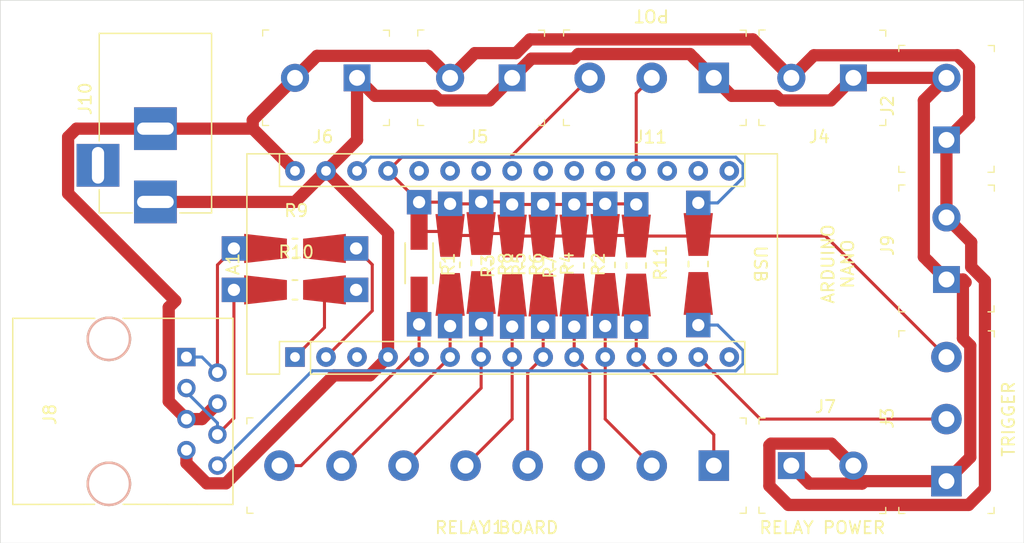
<source format=kicad_pcb>
(kicad_pcb (version 20171130) (host pcbnew "(5.1.12)-1")

  (general
    (thickness 1.6)
    (drawings 11)
    (tracks 189)
    (zones 0)
    (modules 23)
    (nets 33)
  )

  (page A4)
  (layers
    (0 F.Cu signal)
    (31 B.Cu signal)
    (32 B.Adhes user)
    (33 F.Adhes user)
    (34 B.Paste user)
    (35 F.Paste user)
    (36 B.SilkS user)
    (37 F.SilkS user)
    (38 B.Mask user)
    (39 F.Mask user)
    (40 Dwgs.User user)
    (41 Cmts.User user)
    (42 Eco1.User user)
    (43 Eco2.User user)
    (44 Edge.Cuts user)
    (45 Margin user)
    (46 B.CrtYd user)
    (47 F.CrtYd user)
    (48 B.Fab user)
    (49 F.Fab user)
  )

  (setup
    (last_trace_width 0.25)
    (user_trace_width 0.5)
    (user_trace_width 1)
    (trace_clearance 0.2)
    (zone_clearance 0.508)
    (zone_45_only no)
    (trace_min 0.2)
    (via_size 0.8)
    (via_drill 0.4)
    (via_min_size 0.4)
    (via_min_drill 0.3)
    (uvia_size 0.3)
    (uvia_drill 0.1)
    (uvias_allowed no)
    (uvia_min_size 0.2)
    (uvia_min_drill 0.1)
    (edge_width 0.05)
    (segment_width 0.2)
    (pcb_text_width 0.3)
    (pcb_text_size 1.5 1.5)
    (mod_edge_width 0.12)
    (mod_text_size 1 1)
    (mod_text_width 0.15)
    (pad_size 1.524 1.524)
    (pad_drill 0.762)
    (pad_to_mask_clearance 0)
    (aux_axis_origin 0 0)
    (visible_elements FFFFFF7F)
    (pcbplotparams
      (layerselection 0x010fc_ffffffff)
      (usegerberextensions false)
      (usegerberattributes true)
      (usegerberadvancedattributes true)
      (creategerberjobfile true)
      (excludeedgelayer true)
      (linewidth 0.100000)
      (plotframeref false)
      (viasonmask false)
      (mode 1)
      (useauxorigin false)
      (hpglpennumber 1)
      (hpglpenspeed 20)
      (hpglpendiameter 15.000000)
      (psnegative false)
      (psa4output false)
      (plotreference true)
      (plotvalue true)
      (plotinvisibletext false)
      (padsonsilk false)
      (subtractmaskfromsilk false)
      (outputformat 1)
      (mirror false)
      (drillshape 1)
      (scaleselection 1)
      (outputdirectory ""))
  )

  (net 0 "")
  (net 1 "Net-(A1-Pad16)")
  (net 2 "Net-(A1-Pad15)")
  (net 3 +12V)
  (net 4 "Net-(A1-Pad14)")
  (net 5 GND)
  (net 6 "Net-(A1-Pad13)")
  (net 7 "Net-(A1-Pad28)")
  (net 8 "Net-(A1-Pad12)")
  (net 9 +5V)
  (net 10 "Net-(A1-Pad11)")
  (net 11 "Net-(A1-Pad26)")
  (net 12 "Net-(A1-Pad10)")
  (net 13 "Net-(A1-Pad25)")
  (net 14 "Net-(A1-Pad9)")
  (net 15 "Net-(A1-Pad24)")
  (net 16 "Net-(A1-Pad8)")
  (net 17 "Net-(A1-Pad23)")
  (net 18 "Net-(A1-Pad7)")
  (net 19 "Net-(A1-Pad22)")
  (net 20 "Net-(A1-Pad6)")
  (net 21 "Net-(A1-Pad21)")
  (net 22 "Net-(A1-Pad5)")
  (net 23 "Net-(A1-Pad20)")
  (net 24 "Net-(A1-Pad19)")
  (net 25 "Net-(A1-Pad3)")
  (net 26 "Net-(A1-Pad18)")
  (net 27 "Net-(A1-Pad2)")
  (net 28 "Net-(A1-Pad17)")
  (net 29 "Net-(A1-Pad1)")
  (net 30 "Net-(J8-Pad3)")
  (net 31 "Net-(J8-Pad1)")
  (net 32 "Net-(J8-Pad8)")

  (net_class Default "This is the default net class."
    (clearance 0.2)
    (trace_width 0.25)
    (via_dia 0.8)
    (via_drill 0.4)
    (uvia_dia 0.3)
    (uvia_drill 0.1)
    (add_net +12V)
    (add_net +5V)
    (add_net GND)
    (add_net "Net-(A1-Pad1)")
    (add_net "Net-(A1-Pad10)")
    (add_net "Net-(A1-Pad11)")
    (add_net "Net-(A1-Pad12)")
    (add_net "Net-(A1-Pad13)")
    (add_net "Net-(A1-Pad14)")
    (add_net "Net-(A1-Pad15)")
    (add_net "Net-(A1-Pad16)")
    (add_net "Net-(A1-Pad17)")
    (add_net "Net-(A1-Pad18)")
    (add_net "Net-(A1-Pad19)")
    (add_net "Net-(A1-Pad2)")
    (add_net "Net-(A1-Pad20)")
    (add_net "Net-(A1-Pad21)")
    (add_net "Net-(A1-Pad22)")
    (add_net "Net-(A1-Pad23)")
    (add_net "Net-(A1-Pad24)")
    (add_net "Net-(A1-Pad25)")
    (add_net "Net-(A1-Pad26)")
    (add_net "Net-(A1-Pad28)")
    (add_net "Net-(A1-Pad3)")
    (add_net "Net-(A1-Pad5)")
    (add_net "Net-(A1-Pad6)")
    (add_net "Net-(A1-Pad7)")
    (add_net "Net-(A1-Pad8)")
    (add_net "Net-(A1-Pad9)")
    (add_net "Net-(J8-Pad1)")
    (add_net "Net-(J8-Pad3)")
    (add_net "Net-(J8-Pad8)")
  )

  (module Resistors_Universal:Resistor_SMD+THTuniversal_0805to1206_RM10_HandSoldering (layer F.Cu) (tedit 0) (tstamp 6192C133)
    (at 107.95 50.8 90)
    (descr "Resistor, SMD and THT, universal, 0805 to 1206,RM10,  Hand soldering,")
    (tags "Resistor, SMD and THT, universal, 0805 to 1206, RM10, Hand soldering,")
    (path /619EEB65)
    (fp_text reference R11 (at 0.09906 -3.0988 90) (layer F.SilkS)
      (effects (font (size 1 1) (thickness 0.15)))
    )
    (fp_text value R (at -0.39878 4.20116 90) (layer F.Fab)
      (effects (font (size 1 1) (thickness 0.15)))
    )
    (fp_line (start -0.20066 -0.8001) (end 0.20066 -0.8001) (layer F.SilkS) (width 0.15))
    (fp_line (start -0.09906 -0.8001) (end -0.20066 -0.8001) (layer F.SilkS) (width 0.15))
    (fp_line (start 0 0.8001) (end -0.20066 0.8001) (layer F.SilkS) (width 0.15))
    (fp_line (start 0 0.8001) (end 0.20066 0.8001) (layer F.SilkS) (width 0.15))
    (pad 1 smd trapezoid (at -2.413 0 90) (size 3.50012 1.99898) (rect_delta 0.39878 0 ) (layers F.Cu F.Paste F.Mask)
      (net 32 "Net-(J8-Pad8)"))
    (pad 2 smd trapezoid (at 2.413 0 270) (size 3.50012 1.99898) (rect_delta 0.39878 0 ) (layers F.Cu F.Paste F.Mask)
      (net 7 "Net-(A1-Pad28)"))
    (pad 1 thru_hole rect (at -5.00126 0 270) (size 1.99898 1.99898) (drill 1.00076) (layers *.Cu *.Mask)
      (net 32 "Net-(J8-Pad8)"))
    (pad 2 thru_hole rect (at 5.00126 0 270) (size 1.99898 1.99898) (drill 1.00076) (layers *.Cu *.Mask)
      (net 7 "Net-(A1-Pad28)"))
  )

  (module Resistors_Universal:Resistor_SMD+THTuniversal_0805to1206_RM10_HandSoldering (layer F.Cu) (tedit 0) (tstamp 6192AB14)
    (at 74.93 52.92)
    (descr "Resistor, SMD and THT, universal, 0805 to 1206,RM10,  Hand soldering,")
    (tags "Resistor, SMD and THT, universal, 0805 to 1206, RM10, Hand soldering,")
    (path /619A6553)
    (fp_text reference R10 (at 0.09906 -3.0988) (layer F.SilkS)
      (effects (font (size 1 1) (thickness 0.15)))
    )
    (fp_text value R (at -0.39878 4.20116) (layer F.Fab)
      (effects (font (size 1 1) (thickness 0.15)))
    )
    (fp_line (start -0.20066 -0.8001) (end 0.20066 -0.8001) (layer F.SilkS) (width 0.15))
    (fp_line (start -0.09906 -0.8001) (end -0.20066 -0.8001) (layer F.SilkS) (width 0.15))
    (fp_line (start 0 0.8001) (end -0.20066 0.8001) (layer F.SilkS) (width 0.15))
    (fp_line (start 0 0.8001) (end 0.20066 0.8001) (layer F.SilkS) (width 0.15))
    (pad 1 smd trapezoid (at -2.413 0) (size 3.50012 1.99898) (rect_delta 0.39878 0 ) (layers F.Cu F.Paste F.Mask)
      (net 30 "Net-(J8-Pad3)"))
    (pad 2 smd trapezoid (at 2.413 0 180) (size 3.50012 1.99898) (rect_delta 0.39878 0 ) (layers F.Cu F.Paste F.Mask)
      (net 29 "Net-(A1-Pad1)"))
    (pad 1 thru_hole rect (at -5.00126 0 180) (size 1.99898 1.99898) (drill 1.00076) (layers *.Cu *.Mask)
      (net 30 "Net-(J8-Pad3)"))
    (pad 2 thru_hole rect (at 5.00126 0 180) (size 1.99898 1.99898) (drill 1.00076) (layers *.Cu *.Mask)
      (net 29 "Net-(A1-Pad1)"))
  )

  (module Resistors_Universal:Resistor_SMD+THTuniversal_0805to1206_RM10_HandSoldering (layer F.Cu) (tedit 0) (tstamp 6192AB11)
    (at 74.93 49.53)
    (descr "Resistor, SMD and THT, universal, 0805 to 1206,RM10,  Hand soldering,")
    (tags "Resistor, SMD and THT, universal, 0805 to 1206, RM10, Hand soldering,")
    (path /619A597F)
    (fp_text reference R9 (at 0.09906 -3.0988) (layer F.SilkS)
      (effects (font (size 1 1) (thickness 0.15)))
    )
    (fp_text value R (at -0.39878 4.20116) (layer F.Fab)
      (effects (font (size 1 1) (thickness 0.15)))
    )
    (fp_line (start -0.20066 -0.8001) (end 0.20066 -0.8001) (layer F.SilkS) (width 0.15))
    (fp_line (start -0.09906 -0.8001) (end -0.20066 -0.8001) (layer F.SilkS) (width 0.15))
    (fp_line (start 0 0.8001) (end -0.20066 0.8001) (layer F.SilkS) (width 0.15))
    (fp_line (start 0 0.8001) (end 0.20066 0.8001) (layer F.SilkS) (width 0.15))
    (pad 1 smd trapezoid (at -2.413 0) (size 3.50012 1.99898) (rect_delta 0.39878 0 ) (layers F.Cu F.Paste F.Mask)
      (net 31 "Net-(J8-Pad1)"))
    (pad 2 smd trapezoid (at 2.413 0 180) (size 3.50012 1.99898) (rect_delta 0.39878 0 ) (layers F.Cu F.Paste F.Mask)
      (net 27 "Net-(A1-Pad2)"))
    (pad 1 thru_hole rect (at -5.00126 0 180) (size 1.99898 1.99898) (drill 1.00076) (layers *.Cu *.Mask)
      (net 31 "Net-(J8-Pad1)"))
    (pad 2 thru_hole rect (at 5.00126 0 180) (size 1.99898 1.99898) (drill 1.00076) (layers *.Cu *.Mask)
      (net 27 "Net-(A1-Pad2)"))
  )

  (module Modules:Arduino_Nano (layer F.Cu) (tedit 58ACAF70) (tstamp 619295F3)
    (at 74.93 58.42 90)
    (descr "Arduino Nano, http://www.mouser.com/pdfdocs/Gravitech_Arduino_Nano3_0.pdf")
    (tags "Arduino Nano")
    (path /61928D08)
    (fp_text reference A1 (at 7.62 -5.08 90) (layer F.SilkS)
      (effects (font (size 1 1) (thickness 0.15)))
    )
    (fp_text value Arduino_Nano_v3.x (at 8.89 19.05) (layer F.Fab)
      (effects (font (size 1 1) (thickness 0.15)))
    )
    (fp_text user %R (at 6.35 19.05) (layer F.Fab)
      (effects (font (size 1 1) (thickness 0.15)))
    )
    (fp_line (start 1.27 1.27) (end 1.27 -1.27) (layer F.SilkS) (width 0.12))
    (fp_line (start 1.27 -1.27) (end -1.4 -1.27) (layer F.SilkS) (width 0.12))
    (fp_line (start -1.4 1.27) (end -1.4 39.5) (layer F.SilkS) (width 0.12))
    (fp_line (start -1.4 -3.94) (end -1.4 -1.27) (layer F.SilkS) (width 0.12))
    (fp_line (start 13.97 -1.27) (end 16.64 -1.27) (layer F.SilkS) (width 0.12))
    (fp_line (start 13.97 -1.27) (end 13.97 36.83) (layer F.SilkS) (width 0.12))
    (fp_line (start 13.97 36.83) (end 16.64 36.83) (layer F.SilkS) (width 0.12))
    (fp_line (start 1.27 1.27) (end -1.4 1.27) (layer F.SilkS) (width 0.12))
    (fp_line (start 1.27 1.27) (end 1.27 36.83) (layer F.SilkS) (width 0.12))
    (fp_line (start 1.27 36.83) (end -1.4 36.83) (layer F.SilkS) (width 0.12))
    (fp_line (start 3.81 31.75) (end 11.43 31.75) (layer F.Fab) (width 0.1))
    (fp_line (start 11.43 31.75) (end 11.43 41.91) (layer F.Fab) (width 0.1))
    (fp_line (start 11.43 41.91) (end 3.81 41.91) (layer F.Fab) (width 0.1))
    (fp_line (start 3.81 41.91) (end 3.81 31.75) (layer F.Fab) (width 0.1))
    (fp_line (start -1.4 39.5) (end 16.64 39.5) (layer F.SilkS) (width 0.12))
    (fp_line (start 16.64 39.5) (end 16.64 -3.94) (layer F.SilkS) (width 0.12))
    (fp_line (start 16.64 -3.94) (end -1.4 -3.94) (layer F.SilkS) (width 0.12))
    (fp_line (start 16.51 39.37) (end -1.27 39.37) (layer F.Fab) (width 0.1))
    (fp_line (start -1.27 39.37) (end -1.27 -2.54) (layer F.Fab) (width 0.1))
    (fp_line (start -1.27 -2.54) (end 0 -3.81) (layer F.Fab) (width 0.1))
    (fp_line (start 0 -3.81) (end 16.51 -3.81) (layer F.Fab) (width 0.1))
    (fp_line (start 16.51 -3.81) (end 16.51 39.37) (layer F.Fab) (width 0.1))
    (fp_line (start -1.53 -4.06) (end 16.75 -4.06) (layer F.CrtYd) (width 0.05))
    (fp_line (start -1.53 -4.06) (end -1.53 42.16) (layer F.CrtYd) (width 0.05))
    (fp_line (start 16.75 42.16) (end 16.75 -4.06) (layer F.CrtYd) (width 0.05))
    (fp_line (start 16.75 42.16) (end -1.53 42.16) (layer F.CrtYd) (width 0.05))
    (pad 16 thru_hole oval (at 15.24 35.56 90) (size 1.6 1.6) (drill 0.8) (layers *.Cu *.Mask)
      (net 1 "Net-(A1-Pad16)"))
    (pad 15 thru_hole oval (at 0 35.56 90) (size 1.6 1.6) (drill 0.8) (layers *.Cu *.Mask)
      (net 2 "Net-(A1-Pad15)"))
    (pad 30 thru_hole oval (at 15.24 0 90) (size 1.6 1.6) (drill 0.8) (layers *.Cu *.Mask)
      (net 3 +12V))
    (pad 14 thru_hole oval (at 0 33.02 90) (size 1.6 1.6) (drill 0.8) (layers *.Cu *.Mask)
      (net 4 "Net-(A1-Pad14)"))
    (pad 29 thru_hole oval (at 15.24 2.54 90) (size 1.6 1.6) (drill 0.8) (layers *.Cu *.Mask)
      (net 5 GND))
    (pad 13 thru_hole oval (at 0 30.48 90) (size 1.6 1.6) (drill 0.8) (layers *.Cu *.Mask)
      (net 6 "Net-(A1-Pad13)"))
    (pad 28 thru_hole oval (at 15.24 5.08 90) (size 1.6 1.6) (drill 0.8) (layers *.Cu *.Mask)
      (net 7 "Net-(A1-Pad28)"))
    (pad 12 thru_hole oval (at 0 27.94 90) (size 1.6 1.6) (drill 0.8) (layers *.Cu *.Mask)
      (net 8 "Net-(A1-Pad12)"))
    (pad 27 thru_hole oval (at 15.24 7.62 90) (size 1.6 1.6) (drill 0.8) (layers *.Cu *.Mask)
      (net 9 +5V))
    (pad 11 thru_hole oval (at 0 25.4 90) (size 1.6 1.6) (drill 0.8) (layers *.Cu *.Mask)
      (net 10 "Net-(A1-Pad11)"))
    (pad 26 thru_hole oval (at 15.24 10.16 90) (size 1.6 1.6) (drill 0.8) (layers *.Cu *.Mask)
      (net 11 "Net-(A1-Pad26)"))
    (pad 10 thru_hole oval (at 0 22.86 90) (size 1.6 1.6) (drill 0.8) (layers *.Cu *.Mask)
      (net 12 "Net-(A1-Pad10)"))
    (pad 25 thru_hole oval (at 15.24 12.7 90) (size 1.6 1.6) (drill 0.8) (layers *.Cu *.Mask)
      (net 13 "Net-(A1-Pad25)"))
    (pad 9 thru_hole oval (at 0 20.32 90) (size 1.6 1.6) (drill 0.8) (layers *.Cu *.Mask)
      (net 14 "Net-(A1-Pad9)"))
    (pad 24 thru_hole oval (at 15.24 15.24 90) (size 1.6 1.6) (drill 0.8) (layers *.Cu *.Mask)
      (net 15 "Net-(A1-Pad24)"))
    (pad 8 thru_hole oval (at 0 17.78 90) (size 1.6 1.6) (drill 0.8) (layers *.Cu *.Mask)
      (net 16 "Net-(A1-Pad8)"))
    (pad 23 thru_hole oval (at 15.24 17.78 90) (size 1.6 1.6) (drill 0.8) (layers *.Cu *.Mask)
      (net 17 "Net-(A1-Pad23)"))
    (pad 7 thru_hole oval (at 0 15.24 90) (size 1.6 1.6) (drill 0.8) (layers *.Cu *.Mask)
      (net 18 "Net-(A1-Pad7)"))
    (pad 22 thru_hole oval (at 15.24 20.32 90) (size 1.6 1.6) (drill 0.8) (layers *.Cu *.Mask)
      (net 19 "Net-(A1-Pad22)"))
    (pad 6 thru_hole oval (at 0 12.7 90) (size 1.6 1.6) (drill 0.8) (layers *.Cu *.Mask)
      (net 20 "Net-(A1-Pad6)"))
    (pad 21 thru_hole oval (at 15.24 22.86 90) (size 1.6 1.6) (drill 0.8) (layers *.Cu *.Mask)
      (net 21 "Net-(A1-Pad21)"))
    (pad 5 thru_hole oval (at 0 10.16 90) (size 1.6 1.6) (drill 0.8) (layers *.Cu *.Mask)
      (net 22 "Net-(A1-Pad5)"))
    (pad 20 thru_hole oval (at 15.24 25.4 90) (size 1.6 1.6) (drill 0.8) (layers *.Cu *.Mask)
      (net 23 "Net-(A1-Pad20)"))
    (pad 4 thru_hole oval (at 0 7.62 90) (size 1.6 1.6) (drill 0.8) (layers *.Cu *.Mask)
      (net 5 GND))
    (pad 19 thru_hole oval (at 15.24 27.94 90) (size 1.6 1.6) (drill 0.8) (layers *.Cu *.Mask)
      (net 24 "Net-(A1-Pad19)"))
    (pad 3 thru_hole oval (at 0 5.08 90) (size 1.6 1.6) (drill 0.8) (layers *.Cu *.Mask)
      (net 25 "Net-(A1-Pad3)"))
    (pad 18 thru_hole oval (at 15.24 30.48 90) (size 1.6 1.6) (drill 0.8) (layers *.Cu *.Mask)
      (net 26 "Net-(A1-Pad18)"))
    (pad 2 thru_hole oval (at 0 2.54 90) (size 1.6 1.6) (drill 0.8) (layers *.Cu *.Mask)
      (net 27 "Net-(A1-Pad2)"))
    (pad 17 thru_hole oval (at 15.24 33.02 90) (size 1.6 1.6) (drill 0.8) (layers *.Cu *.Mask)
      (net 28 "Net-(A1-Pad17)"))
    (pad 1 thru_hole rect (at 0 0 90) (size 1.6 1.6) (drill 0.8) (layers *.Cu *.Mask)
      (net 29 "Net-(A1-Pad1)"))
  )

  (module digikey-footprints:Term_Block_1x8_P5.08mm (layer F.Cu) (tedit 5D419A27) (tstamp 61929610)
    (at 109.22 67.31 180)
    (descr http://www.on-shore.com/wp-content/uploads/2015/09/osttcxx2162.pdf)
    (path /6192A292)
    (fp_text reference J1 (at 18.05 -5.05) (layer F.SilkS)
      (effects (font (size 1 1) (thickness 0.15)))
    )
    (fp_text value Screw_Terminal_01x08 (at 18.65 5.2) (layer F.Fab)
      (effects (font (size 1 1) (thickness 0.15)))
    )
    (fp_line (start -2.54 -3.8) (end -2.54 3.8) (layer F.Fab) (width 0.1))
    (fp_line (start -2.54 -3.8) (end 38.1 -3.8) (layer F.Fab) (width 0.1))
    (fp_line (start 38.1 -3.8) (end 38.1 3.8) (layer F.Fab) (width 0.1))
    (fp_line (start -2.54 3.8) (end 38.1 3.8) (layer F.Fab) (width 0.1))
    (fp_line (start -2.65 -3.9) (end -2.15 -3.9) (layer F.SilkS) (width 0.1))
    (fp_line (start -2.65 -3.9) (end -2.65 -3.4) (layer F.SilkS) (width 0.1))
    (fp_line (start -2.65 3.4) (end -2.65 3.9) (layer F.SilkS) (width 0.1))
    (fp_line (start -2.65 3.9) (end -2.15 3.9) (layer F.SilkS) (width 0.1))
    (fp_line (start 38.23 3.41) (end 38.23 3.91) (layer F.SilkS) (width 0.1))
    (fp_line (start 38.23 3.91) (end 37.73 3.91) (layer F.SilkS) (width 0.1))
    (fp_line (start 38.22 -3.9) (end 38.22 -3.4) (layer F.SilkS) (width 0.1))
    (fp_line (start 38.22 -3.9) (end 37.72 -3.9) (layer F.SilkS) (width 0.1))
    (fp_line (start 38.35 -4.05) (end -2.75 -4.05) (layer F.CrtYd) (width 0.05))
    (fp_line (start 38.35 -4.05) (end 38.35 4.05) (layer F.CrtYd) (width 0.05))
    (fp_line (start 38.35 4.05) (end -2.75 4.05) (layer F.CrtYd) (width 0.05))
    (fp_line (start -2.75 -4.05) (end -2.75 4.05) (layer F.CrtYd) (width 0.05))
    (fp_text user %R (at 17.75 0.15) (layer F.Fab)
      (effects (font (size 1 1) (thickness 0.15)))
    )
    (pad 1 thru_hole rect (at 0 0 180) (size 2.5 2.5) (drill 1.3) (layers *.Cu *.Mask)
      (net 8 "Net-(A1-Pad12)"))
    (pad 2 thru_hole circle (at 5.08 0 180) (size 2.5 2.5) (drill 1.3) (layers *.Cu *.Mask)
      (net 10 "Net-(A1-Pad11)"))
    (pad 3 thru_hole circle (at 10.16 0 180) (size 2.5 2.5) (drill 1.3) (layers *.Cu *.Mask)
      (net 12 "Net-(A1-Pad10)"))
    (pad 4 thru_hole circle (at 15.24 0 180) (size 2.5 2.5) (drill 1.3) (layers *.Cu *.Mask)
      (net 14 "Net-(A1-Pad9)"))
    (pad 5 thru_hole circle (at 20.32 0 180) (size 2.5 2.5) (drill 1.3) (layers *.Cu *.Mask)
      (net 16 "Net-(A1-Pad8)"))
    (pad 6 thru_hole circle (at 25.4 0 180) (size 2.5 2.5) (drill 1.3) (layers *.Cu *.Mask)
      (net 18 "Net-(A1-Pad7)"))
    (pad 7 thru_hole circle (at 30.48 0 180) (size 2.5 2.5) (drill 1.3) (layers *.Cu *.Mask)
      (net 20 "Net-(A1-Pad6)"))
    (pad 8 thru_hole circle (at 35.56 0 180) (size 2.5 2.5) (drill 1.3) (layers *.Cu *.Mask)
      (net 22 "Net-(A1-Pad5)"))
  )

  (module digikey-footprints:Term_Block_1x2_P5.08MM (layer F.Cu) (tedit 5D4199A2) (tstamp 61929626)
    (at 128.27 40.64 90)
    (descr http://www.on-shore.com/wp-content/uploads/2015/09/osttcxx2162.pdf)
    (path /6192BBAC)
    (fp_text reference J2 (at 2.794 -4.826 90) (layer F.SilkS)
      (effects (font (size 1 1) (thickness 0.15)))
    )
    (fp_text value Screw_Terminal_01x02 (at 2.032 5.09 90) (layer F.Fab)
      (effects (font (size 1 1) (thickness 0.15)))
    )
    (fp_line (start -2.75 -4.05) (end -2.75 4.05) (layer F.CrtYd) (width 0.05))
    (fp_line (start 7.874 4.064) (end -2.75 4.05) (layer F.CrtYd) (width 0.05))
    (fp_line (start 7.874 -4.05) (end 7.874 4.05) (layer F.CrtYd) (width 0.05))
    (fp_line (start 7.874 -4.064) (end -2.75 -4.05) (layer F.CrtYd) (width 0.05))
    (fp_line (start 7.738 -3.9) (end 7.238 -3.9) (layer F.SilkS) (width 0.1))
    (fp_line (start 7.738 -3.9) (end 7.738 -3.4) (layer F.SilkS) (width 0.1))
    (fp_line (start 7.728 3.92) (end 7.228 3.92) (layer F.SilkS) (width 0.1))
    (fp_line (start 7.728 3.42) (end 7.728 3.92) (layer F.SilkS) (width 0.1))
    (fp_line (start -2.65 3.9) (end -2.15 3.9) (layer F.SilkS) (width 0.1))
    (fp_line (start -2.65 3.4) (end -2.65 3.9) (layer F.SilkS) (width 0.1))
    (fp_line (start -2.65 -3.9) (end -2.65 -3.4) (layer F.SilkS) (width 0.1))
    (fp_line (start -2.65 -3.9) (end -2.15 -3.9) (layer F.SilkS) (width 0.1))
    (fp_line (start -2.54 3.8) (end 7.62 3.8) (layer F.Fab) (width 0.1))
    (fp_line (start 7.62 -3.8) (end 7.62 3.8) (layer F.Fab) (width 0.1))
    (fp_line (start -2.54 -3.8) (end 7.62 -3.8) (layer F.Fab) (width 0.1))
    (fp_line (start -2.54 -3.8) (end -2.54 3.8) (layer F.Fab) (width 0.1))
    (pad 2 thru_hole circle (at 5.08 0 90) (size 2.3 2.3) (drill 1.3) (layers *.Cu *.Mask)
      (net 5 GND))
    (pad 1 thru_hole rect (at 0 0 90) (size 2.2 2.2) (drill 1.3) (layers *.Cu *.Mask)
      (net 3 +12V))
  )

  (module digikey-footprints:TERM_BLOCK_1x3_P5.08MM (layer F.Cu) (tedit 5D4199C5) (tstamp 6192963D)
    (at 128.27 68.58 90)
    (descr http://www.on-shore.com/wp-content/uploads/2015/09/osttcxx2162.pdf)
    (path /6192D4EB)
    (fp_text reference J3 (at 5.16 -4.85 90) (layer F.SilkS)
      (effects (font (size 1 1) (thickness 0.15)))
    )
    (fp_text value TriggerTerminal (at 4.53 5.09 90) (layer F.Fab)
      (effects (font (size 1 1) (thickness 0.15)))
    )
    (fp_line (start -2.54 -3.8) (end -2.54 3.8) (layer F.Fab) (width 0.1))
    (fp_line (start -2.54 -3.8) (end 12.2 -3.8) (layer F.Fab) (width 0.1))
    (fp_line (start 12.2 -3.8) (end 12.2 3.8) (layer F.Fab) (width 0.1))
    (fp_line (start -2.54 3.8) (end 12.2 3.8) (layer F.Fab) (width 0.1))
    (fp_line (start -2.65 -3.9) (end -2.15 -3.9) (layer F.SilkS) (width 0.1))
    (fp_line (start -2.65 -3.9) (end -2.65 -3.4) (layer F.SilkS) (width 0.1))
    (fp_line (start -2.65 3.4) (end -2.65 3.9) (layer F.SilkS) (width 0.1))
    (fp_line (start -2.65 3.9) (end -2.15 3.9) (layer F.SilkS) (width 0.1))
    (fp_line (start 12.3 3.42) (end 12.3 3.92) (layer F.SilkS) (width 0.1))
    (fp_line (start 12.3 3.92) (end 11.8 3.92) (layer F.SilkS) (width 0.1))
    (fp_line (start 12.31 -3.9) (end 12.31 -3.4) (layer F.SilkS) (width 0.1))
    (fp_line (start 12.31 -3.9) (end 11.81 -3.9) (layer F.SilkS) (width 0.1))
    (fp_line (start 12.45 -4.05) (end -2.75 -4.05) (layer F.CrtYd) (width 0.05))
    (fp_line (start 12.45 -4.05) (end 12.45 4.05) (layer F.CrtYd) (width 0.05))
    (fp_line (start 12.45 4.05) (end -2.75 4.05) (layer F.CrtYd) (width 0.05))
    (fp_line (start -2.75 -4.05) (end -2.75 4.05) (layer F.CrtYd) (width 0.05))
    (pad 1 thru_hole rect (at 0 0 90) (size 2.5 2.5) (drill 1.3) (layers *.Cu *.Mask)
      (net 5 GND))
    (pad 2 thru_hole circle (at 5.08 0 90) (size 2.5 2.5) (drill 1.3) (layers *.Cu *.Mask)
      (net 4 "Net-(A1-Pad14)"))
    (pad 3 thru_hole circle (at 10.16 0 90) (size 2.5 2.5) (drill 1.3) (layers *.Cu *.Mask)
      (net 9 +5V))
  )

  (module digikey-footprints:Term_Block_1x2_P5.08MM (layer F.Cu) (tedit 5D4199A2) (tstamp 61929653)
    (at 120.65 35.56 180)
    (descr http://www.on-shore.com/wp-content/uploads/2015/09/osttcxx2162.pdf)
    (path /61930507)
    (fp_text reference J4 (at 2.794 -4.826) (layer F.SilkS)
      (effects (font (size 1 1) (thickness 0.15)))
    )
    (fp_text value Screw_Terminal_01x02 (at 2.032 5.09) (layer F.Fab)
      (effects (font (size 1 1) (thickness 0.15)))
    )
    (fp_line (start -2.75 -4.05) (end -2.75 4.05) (layer F.CrtYd) (width 0.05))
    (fp_line (start 7.874 4.064) (end -2.75 4.05) (layer F.CrtYd) (width 0.05))
    (fp_line (start 7.874 -4.05) (end 7.874 4.05) (layer F.CrtYd) (width 0.05))
    (fp_line (start 7.874 -4.064) (end -2.75 -4.05) (layer F.CrtYd) (width 0.05))
    (fp_line (start 7.738 -3.9) (end 7.238 -3.9) (layer F.SilkS) (width 0.1))
    (fp_line (start 7.738 -3.9) (end 7.738 -3.4) (layer F.SilkS) (width 0.1))
    (fp_line (start 7.728 3.92) (end 7.228 3.92) (layer F.SilkS) (width 0.1))
    (fp_line (start 7.728 3.42) (end 7.728 3.92) (layer F.SilkS) (width 0.1))
    (fp_line (start -2.65 3.9) (end -2.15 3.9) (layer F.SilkS) (width 0.1))
    (fp_line (start -2.65 3.4) (end -2.65 3.9) (layer F.SilkS) (width 0.1))
    (fp_line (start -2.65 -3.9) (end -2.65 -3.4) (layer F.SilkS) (width 0.1))
    (fp_line (start -2.65 -3.9) (end -2.15 -3.9) (layer F.SilkS) (width 0.1))
    (fp_line (start -2.54 3.8) (end 7.62 3.8) (layer F.Fab) (width 0.1))
    (fp_line (start 7.62 -3.8) (end 7.62 3.8) (layer F.Fab) (width 0.1))
    (fp_line (start -2.54 -3.8) (end 7.62 -3.8) (layer F.Fab) (width 0.1))
    (fp_line (start -2.54 -3.8) (end -2.54 3.8) (layer F.Fab) (width 0.1))
    (pad 2 thru_hole circle (at 5.08 0 180) (size 2.3 2.3) (drill 1.3) (layers *.Cu *.Mask)
      (net 3 +12V))
    (pad 1 thru_hole rect (at 0 0 180) (size 2.2 2.2) (drill 1.3) (layers *.Cu *.Mask)
      (net 5 GND))
  )

  (module digikey-footprints:Term_Block_1x2_P5.08MM (layer F.Cu) (tedit 5D4199A2) (tstamp 61929669)
    (at 92.71 35.56 180)
    (descr http://www.on-shore.com/wp-content/uploads/2015/09/osttcxx2162.pdf)
    (path /6193036A)
    (fp_text reference J5 (at 2.794 -4.826) (layer F.SilkS)
      (effects (font (size 1 1) (thickness 0.15)))
    )
    (fp_text value Screw_Terminal_01x02 (at 2.032 5.09) (layer F.Fab)
      (effects (font (size 1 1) (thickness 0.15)))
    )
    (fp_line (start -2.54 -3.8) (end -2.54 3.8) (layer F.Fab) (width 0.1))
    (fp_line (start -2.54 -3.8) (end 7.62 -3.8) (layer F.Fab) (width 0.1))
    (fp_line (start 7.62 -3.8) (end 7.62 3.8) (layer F.Fab) (width 0.1))
    (fp_line (start -2.54 3.8) (end 7.62 3.8) (layer F.Fab) (width 0.1))
    (fp_line (start -2.65 -3.9) (end -2.15 -3.9) (layer F.SilkS) (width 0.1))
    (fp_line (start -2.65 -3.9) (end -2.65 -3.4) (layer F.SilkS) (width 0.1))
    (fp_line (start -2.65 3.4) (end -2.65 3.9) (layer F.SilkS) (width 0.1))
    (fp_line (start -2.65 3.9) (end -2.15 3.9) (layer F.SilkS) (width 0.1))
    (fp_line (start 7.728 3.42) (end 7.728 3.92) (layer F.SilkS) (width 0.1))
    (fp_line (start 7.728 3.92) (end 7.228 3.92) (layer F.SilkS) (width 0.1))
    (fp_line (start 7.738 -3.9) (end 7.738 -3.4) (layer F.SilkS) (width 0.1))
    (fp_line (start 7.738 -3.9) (end 7.238 -3.9) (layer F.SilkS) (width 0.1))
    (fp_line (start 7.874 -4.064) (end -2.75 -4.05) (layer F.CrtYd) (width 0.05))
    (fp_line (start 7.874 -4.05) (end 7.874 4.05) (layer F.CrtYd) (width 0.05))
    (fp_line (start 7.874 4.064) (end -2.75 4.05) (layer F.CrtYd) (width 0.05))
    (fp_line (start -2.75 -4.05) (end -2.75 4.05) (layer F.CrtYd) (width 0.05))
    (pad 1 thru_hole rect (at 0 0 180) (size 2.2 2.2) (drill 1.3) (layers *.Cu *.Mask)
      (net 5 GND))
    (pad 2 thru_hole circle (at 5.08 0 180) (size 2.3 2.3) (drill 1.3) (layers *.Cu *.Mask)
      (net 3 +12V))
  )

  (module digikey-footprints:Term_Block_1x2_P5.08MM (layer F.Cu) (tedit 5D4199A2) (tstamp 6192967F)
    (at 80.01 35.56 180)
    (descr http://www.on-shore.com/wp-content/uploads/2015/09/osttcxx2162.pdf)
    (path /619300E7)
    (fp_text reference J6 (at 2.794 -4.826) (layer F.SilkS)
      (effects (font (size 1 1) (thickness 0.15)))
    )
    (fp_text value Screw_Terminal_01x02 (at 2.032 5.09) (layer F.Fab)
      (effects (font (size 1 1) (thickness 0.15)))
    )
    (fp_line (start -2.54 -3.8) (end -2.54 3.8) (layer F.Fab) (width 0.1))
    (fp_line (start -2.54 -3.8) (end 7.62 -3.8) (layer F.Fab) (width 0.1))
    (fp_line (start 7.62 -3.8) (end 7.62 3.8) (layer F.Fab) (width 0.1))
    (fp_line (start -2.54 3.8) (end 7.62 3.8) (layer F.Fab) (width 0.1))
    (fp_line (start -2.65 -3.9) (end -2.15 -3.9) (layer F.SilkS) (width 0.1))
    (fp_line (start -2.65 -3.9) (end -2.65 -3.4) (layer F.SilkS) (width 0.1))
    (fp_line (start -2.65 3.4) (end -2.65 3.9) (layer F.SilkS) (width 0.1))
    (fp_line (start -2.65 3.9) (end -2.15 3.9) (layer F.SilkS) (width 0.1))
    (fp_line (start 7.728 3.42) (end 7.728 3.92) (layer F.SilkS) (width 0.1))
    (fp_line (start 7.728 3.92) (end 7.228 3.92) (layer F.SilkS) (width 0.1))
    (fp_line (start 7.738 -3.9) (end 7.738 -3.4) (layer F.SilkS) (width 0.1))
    (fp_line (start 7.738 -3.9) (end 7.238 -3.9) (layer F.SilkS) (width 0.1))
    (fp_line (start 7.874 -4.064) (end -2.75 -4.05) (layer F.CrtYd) (width 0.05))
    (fp_line (start 7.874 -4.05) (end 7.874 4.05) (layer F.CrtYd) (width 0.05))
    (fp_line (start 7.874 4.064) (end -2.75 4.05) (layer F.CrtYd) (width 0.05))
    (fp_line (start -2.75 -4.05) (end -2.75 4.05) (layer F.CrtYd) (width 0.05))
    (pad 1 thru_hole rect (at 0 0 180) (size 2.2 2.2) (drill 1.3) (layers *.Cu *.Mask)
      (net 5 GND))
    (pad 2 thru_hole circle (at 5.08 0 180) (size 2.3 2.3) (drill 1.3) (layers *.Cu *.Mask)
      (net 3 +12V))
  )

  (module digikey-footprints:Term_Block_1x2_P5.08MM (layer F.Cu) (tedit 5D4199A2) (tstamp 61929695)
    (at 115.57 67.31)
    (descr http://www.on-shore.com/wp-content/uploads/2015/09/osttcxx2162.pdf)
    (path /6192E440)
    (fp_text reference J7 (at 2.794 -4.826) (layer F.SilkS)
      (effects (font (size 1 1) (thickness 0.15)))
    )
    (fp_text value Screw_Terminal_01x02 (at 2.032 5.09) (layer F.Fab)
      (effects (font (size 1 1) (thickness 0.15)))
    )
    (fp_line (start -2.75 -4.05) (end -2.75 4.05) (layer F.CrtYd) (width 0.05))
    (fp_line (start 7.874 4.064) (end -2.75 4.05) (layer F.CrtYd) (width 0.05))
    (fp_line (start 7.874 -4.05) (end 7.874 4.05) (layer F.CrtYd) (width 0.05))
    (fp_line (start 7.874 -4.064) (end -2.75 -4.05) (layer F.CrtYd) (width 0.05))
    (fp_line (start 7.738 -3.9) (end 7.238 -3.9) (layer F.SilkS) (width 0.1))
    (fp_line (start 7.738 -3.9) (end 7.738 -3.4) (layer F.SilkS) (width 0.1))
    (fp_line (start 7.728 3.92) (end 7.228 3.92) (layer F.SilkS) (width 0.1))
    (fp_line (start 7.728 3.42) (end 7.728 3.92) (layer F.SilkS) (width 0.1))
    (fp_line (start -2.65 3.9) (end -2.15 3.9) (layer F.SilkS) (width 0.1))
    (fp_line (start -2.65 3.4) (end -2.65 3.9) (layer F.SilkS) (width 0.1))
    (fp_line (start -2.65 -3.9) (end -2.65 -3.4) (layer F.SilkS) (width 0.1))
    (fp_line (start -2.65 -3.9) (end -2.15 -3.9) (layer F.SilkS) (width 0.1))
    (fp_line (start -2.54 3.8) (end 7.62 3.8) (layer F.Fab) (width 0.1))
    (fp_line (start 7.62 -3.8) (end 7.62 3.8) (layer F.Fab) (width 0.1))
    (fp_line (start -2.54 -3.8) (end 7.62 -3.8) (layer F.Fab) (width 0.1))
    (fp_line (start -2.54 -3.8) (end -2.54 3.8) (layer F.Fab) (width 0.1))
    (pad 2 thru_hole circle (at 5.08 0) (size 2.3 2.3) (drill 1.3) (layers *.Cu *.Mask)
      (net 3 +12V))
    (pad 1 thru_hole rect (at 0 0) (size 2.2 2.2) (drill 1.3) (layers *.Cu *.Mask)
      (net 5 GND))
  )

  (module Connectors:RJ45_8 (layer F.Cu) (tedit 0) (tstamp 619296AD)
    (at 66.04 58.42 270)
    (tags RJ45)
    (path /61932027)
    (fp_text reference J8 (at 4.7 11.18 90) (layer F.SilkS)
      (effects (font (size 1 1) (thickness 0.15)))
    )
    (fp_text value RJ45 (at 4.59 6.25 90) (layer F.Fab)
      (effects (font (size 1 1) (thickness 0.15)))
    )
    (fp_line (start -3.17 14.22) (end 12.07 14.22) (layer F.SilkS) (width 0.12))
    (fp_line (start 12.07 -3.81) (end 12.06 5.18) (layer F.SilkS) (width 0.12))
    (fp_line (start 12.07 -3.81) (end -3.17 -3.81) (layer F.SilkS) (width 0.12))
    (fp_line (start -3.17 -3.81) (end -3.17 5.19) (layer F.SilkS) (width 0.12))
    (fp_line (start 12.06 7.52) (end 12.07 14.22) (layer F.SilkS) (width 0.12))
    (fp_line (start -3.17 7.51) (end -3.17 14.22) (layer F.SilkS) (width 0.12))
    (fp_line (start -3.56 -4.06) (end 12.46 -4.06) (layer F.CrtYd) (width 0.05))
    (fp_line (start -3.56 -4.06) (end -3.56 14.47) (layer F.CrtYd) (width 0.05))
    (fp_line (start 12.46 14.47) (end 12.46 -4.06) (layer F.CrtYd) (width 0.05))
    (fp_line (start 12.46 14.47) (end -3.56 14.47) (layer F.CrtYd) (width 0.05))
    (pad 8 thru_hole circle (at 8.89 -2.54 270) (size 1.5 1.5) (drill 0.9) (layers *.Cu *.Mask)
      (net 32 "Net-(J8-Pad8)"))
    (pad 7 thru_hole circle (at 7.62 0 270) (size 1.5 1.5) (drill 0.9) (layers *.Cu *.Mask)
      (net 5 GND))
    (pad 6 thru_hole circle (at 6.35 -2.54 270) (size 1.5 1.5) (drill 0.9) (layers *.Cu *.Mask)
      (net 30 "Net-(J8-Pad3)"))
    (pad 5 thru_hole circle (at 5.08 0 270) (size 1.5 1.5) (drill 0.9) (layers *.Cu *.Mask)
      (net 3 +12V))
    (pad 4 thru_hole circle (at 3.81 -2.54 270) (size 1.5 1.5) (drill 0.9) (layers *.Cu *.Mask)
      (net 3 +12V))
    (pad 3 thru_hole circle (at 2.54 0 270) (size 1.5 1.5) (drill 0.9) (layers *.Cu *.Mask)
      (net 30 "Net-(J8-Pad3)"))
    (pad 2 thru_hole circle (at 1.27 -2.54 270) (size 1.5 1.5) (drill 0.9) (layers *.Cu *.Mask)
      (net 31 "Net-(J8-Pad1)"))
    (pad 1 thru_hole rect (at 0 0 270) (size 1.5 1.5) (drill 0.9) (layers *.Cu *.Mask)
      (net 31 "Net-(J8-Pad1)"))
    (pad Hole np_thru_hole circle (at -1.49 6.35 270) (size 3.65 3.65) (drill 3.25) (layers *.Cu *.SilkS *.Mask))
    (pad Hole np_thru_hole circle (at 10.38 6.35 270) (size 3.65 3.65) (drill 3.25) (layers *.Cu *.SilkS *.Mask))
    (model ${KISYS3DMOD}/Connectors.3dshapes/RJ45_8.wrl
      (offset (xyz 4.571999931335449 -6.349999904632568 0))
      (scale (xyz 0.4 0.4 0.4))
      (rotate (xyz 0 0 0))
    )
  )

  (module digikey-footprints:Term_Block_1x2_P5.08MM (layer F.Cu) (tedit 5D4199A2) (tstamp 619296C3)
    (at 128.27 52.07 90)
    (descr http://www.on-shore.com/wp-content/uploads/2015/09/osttcxx2162.pdf)
    (path /6192C201)
    (fp_text reference J9 (at 2.794 -4.826 90) (layer F.SilkS)
      (effects (font (size 1 1) (thickness 0.15)))
    )
    (fp_text value Screw_Terminal_01x02 (at 2.032 5.09 90) (layer F.Fab)
      (effects (font (size 1 1) (thickness 0.15)))
    )
    (fp_line (start -2.54 -3.8) (end -2.54 3.8) (layer F.Fab) (width 0.1))
    (fp_line (start -2.54 -3.8) (end 7.62 -3.8) (layer F.Fab) (width 0.1))
    (fp_line (start 7.62 -3.8) (end 7.62 3.8) (layer F.Fab) (width 0.1))
    (fp_line (start -2.54 3.8) (end 7.62 3.8) (layer F.Fab) (width 0.1))
    (fp_line (start -2.65 -3.9) (end -2.15 -3.9) (layer F.SilkS) (width 0.1))
    (fp_line (start -2.65 -3.9) (end -2.65 -3.4) (layer F.SilkS) (width 0.1))
    (fp_line (start -2.65 3.4) (end -2.65 3.9) (layer F.SilkS) (width 0.1))
    (fp_line (start -2.65 3.9) (end -2.15 3.9) (layer F.SilkS) (width 0.1))
    (fp_line (start 7.728 3.42) (end 7.728 3.92) (layer F.SilkS) (width 0.1))
    (fp_line (start 7.728 3.92) (end 7.228 3.92) (layer F.SilkS) (width 0.1))
    (fp_line (start 7.738 -3.9) (end 7.738 -3.4) (layer F.SilkS) (width 0.1))
    (fp_line (start 7.738 -3.9) (end 7.238 -3.9) (layer F.SilkS) (width 0.1))
    (fp_line (start 7.874 -4.064) (end -2.75 -4.05) (layer F.CrtYd) (width 0.05))
    (fp_line (start 7.874 -4.05) (end 7.874 4.05) (layer F.CrtYd) (width 0.05))
    (fp_line (start 7.874 4.064) (end -2.75 4.05) (layer F.CrtYd) (width 0.05))
    (fp_line (start -2.75 -4.05) (end -2.75 4.05) (layer F.CrtYd) (width 0.05))
    (pad 1 thru_hole rect (at 0 0 90) (size 2.2 2.2) (drill 1.3) (layers *.Cu *.Mask)
      (net 5 GND))
    (pad 2 thru_hole circle (at 5.08 0 90) (size 2.3 2.3) (drill 1.3) (layers *.Cu *.Mask)
      (net 3 +12V))
  )

  (module Connectors:BARREL_JACK (layer F.Cu) (tedit 5861378E) (tstamp 619296E2)
    (at 63.5 45.72 270)
    (descr "DC Barrel Jack")
    (tags "Power Jack")
    (path /619311E8)
    (fp_text reference J10 (at -8.45 5.75 270) (layer F.SilkS)
      (effects (font (size 1 1) (thickness 0.15)))
    )
    (fp_text value Barrel_Jack (at -6.2 -5.5 90) (layer F.Fab)
      (effects (font (size 1 1) (thickness 0.15)))
    )
    (fp_line (start 1 -4.5) (end 1 -4.75) (layer F.CrtYd) (width 0.05))
    (fp_line (start 1 -4.75) (end -14 -4.75) (layer F.CrtYd) (width 0.05))
    (fp_line (start 1 -4.5) (end 1 -2) (layer F.CrtYd) (width 0.05))
    (fp_line (start 1 -2) (end 2 -2) (layer F.CrtYd) (width 0.05))
    (fp_line (start 2 -2) (end 2 2) (layer F.CrtYd) (width 0.05))
    (fp_line (start 2 2) (end 1 2) (layer F.CrtYd) (width 0.05))
    (fp_line (start 1 2) (end 1 4.75) (layer F.CrtYd) (width 0.05))
    (fp_line (start 1 4.75) (end -1 4.75) (layer F.CrtYd) (width 0.05))
    (fp_line (start -1 4.75) (end -1 6.75) (layer F.CrtYd) (width 0.05))
    (fp_line (start -1 6.75) (end -5 6.75) (layer F.CrtYd) (width 0.05))
    (fp_line (start -5 6.75) (end -5 4.75) (layer F.CrtYd) (width 0.05))
    (fp_line (start -5 4.75) (end -14 4.75) (layer F.CrtYd) (width 0.05))
    (fp_line (start -14 4.75) (end -14 -4.75) (layer F.CrtYd) (width 0.05))
    (fp_line (start -5 4.6) (end -13.8 4.6) (layer F.SilkS) (width 0.12))
    (fp_line (start -13.8 4.6) (end -13.8 -4.6) (layer F.SilkS) (width 0.12))
    (fp_line (start 0.9 1.9) (end 0.9 4.6) (layer F.SilkS) (width 0.12))
    (fp_line (start 0.9 4.6) (end -1 4.6) (layer F.SilkS) (width 0.12))
    (fp_line (start -13.8 -4.6) (end 0.9 -4.6) (layer F.SilkS) (width 0.12))
    (fp_line (start 0.9 -4.6) (end 0.9 -2) (layer F.SilkS) (width 0.12))
    (fp_line (start -10.2 -4.5) (end -10.2 4.5) (layer F.Fab) (width 0.1))
    (fp_line (start -13.7 -4.5) (end -13.7 4.5) (layer F.Fab) (width 0.1))
    (fp_line (start -13.7 4.5) (end 0.8 4.5) (layer F.Fab) (width 0.1))
    (fp_line (start 0.8 4.5) (end 0.8 -4.5) (layer F.Fab) (width 0.1))
    (fp_line (start 0.8 -4.5) (end -13.7 -4.5) (layer F.Fab) (width 0.1))
    (pad 3 thru_hole rect (at -3 4.7 270) (size 3.5 3.5) (drill oval 3 1) (layers *.Cu *.Mask))
    (pad 2 thru_hole rect (at -6 0 270) (size 3.5 3.5) (drill oval 1 3) (layers *.Cu *.Mask)
      (net 3 +12V))
    (pad 1 thru_hole rect (at 0 0 270) (size 3.5 3.5) (drill oval 1 3) (layers *.Cu *.Mask)
      (net 5 GND))
  )

  (module Resistors_Universal:Resistor_SMD+THTuniversal_1206_RM10_HandSoldering (layer F.Cu) (tedit 0) (tstamp 619296ED)
    (at 85.09 50.73904 270)
    (descr "Resistor, SMD+THT, universal, 1206, RM10, HandSoldering,")
    (tags "Resistor, SMD+THT, universal, 1206, RM10, Hand soldering,")
    (path /6193661B)
    (fp_text reference R1 (at 0.09906 -2.4003 90) (layer F.SilkS)
      (effects (font (size 1 1) (thickness 0.15)))
    )
    (fp_text value R (at 2.70002 2.70002 90) (layer F.Fab)
      (effects (font (size 1 1) (thickness 0.15)))
    )
    (fp_line (start 1.651 1.143) (end -1.651 1.143) (layer F.SilkS) (width 0.15))
    (fp_line (start 0 -1.143) (end -1.651 -1.143) (layer F.SilkS) (width 0.15))
    (fp_line (start 0 -1.143) (end 1.651 -1.143) (layer F.SilkS) (width 0.15))
    (pad 2 thru_hole rect (at 5.00126 0 270) (size 1.99898 1.99898) (drill 1.00076) (layers *.Cu *.Mask)
      (net 22 "Net-(A1-Pad5)"))
    (pad 1 thru_hole rect (at -5.00126 0 270) (size 1.99898 1.99898) (drill 1.00076) (layers *.Cu *.Mask)
      (net 9 +5V))
    (pad 2 smd rect (at 2.60096 0 270) (size 2.99974 1.39954) (layers F.Cu F.Paste F.Mask)
      (net 22 "Net-(A1-Pad5)"))
    (pad 1 smd rect (at -2.60096 0 270) (size 2.99974 1.39954) (layers F.Cu F.Paste F.Mask)
      (net 9 +5V))
  )

  (module Resistors_Universal:Resistor_SMD+THTuniversal_0805to1206_RM10_HandSoldering (layer F.Cu) (tedit 0) (tstamp 619296F9)
    (at 102.87 50.927 90)
    (descr "Resistor, SMD and THT, universal, 0805 to 1206,RM10,  Hand soldering,")
    (tags "Resistor, SMD and THT, universal, 0805 to 1206, RM10, Hand soldering,")
    (path /6193807E)
    (fp_text reference R2 (at 0.09906 -3.0988 90) (layer F.SilkS)
      (effects (font (size 1 1) (thickness 0.15)))
    )
    (fp_text value R (at -0.39878 4.20116 90) (layer F.Fab)
      (effects (font (size 1 1) (thickness 0.15)))
    )
    (fp_line (start -0.20066 -0.8001) (end 0.20066 -0.8001) (layer F.SilkS) (width 0.15))
    (fp_line (start -0.09906 -0.8001) (end -0.20066 -0.8001) (layer F.SilkS) (width 0.15))
    (fp_line (start 0 0.8001) (end -0.20066 0.8001) (layer F.SilkS) (width 0.15))
    (fp_line (start 0 0.8001) (end 0.20066 0.8001) (layer F.SilkS) (width 0.15))
    (pad 1 smd trapezoid (at -2.413 0 90) (size 3.50012 1.99898) (rect_delta 0.39878 0 ) (layers F.Cu F.Paste F.Mask)
      (net 8 "Net-(A1-Pad12)"))
    (pad 2 smd trapezoid (at 2.413 0 270) (size 3.50012 1.99898) (rect_delta 0.39878 0 ) (layers F.Cu F.Paste F.Mask)
      (net 9 +5V))
    (pad 1 thru_hole rect (at -5.00126 0 270) (size 1.99898 1.99898) (drill 1.00076) (layers *.Cu *.Mask)
      (net 8 "Net-(A1-Pad12)"))
    (pad 2 thru_hole rect (at 5.00126 0 270) (size 1.99898 1.99898) (drill 1.00076) (layers *.Cu *.Mask)
      (net 9 +5V))
  )

  (module Resistors_Universal:Resistor_SMD+THTuniversal_0805to1206_RM10_HandSoldering (layer F.Cu) (tedit 0) (tstamp 61929705)
    (at 87.63 50.87874 270)
    (descr "Resistor, SMD and THT, universal, 0805 to 1206,RM10,  Hand soldering,")
    (tags "Resistor, SMD and THT, universal, 0805 to 1206, RM10, Hand soldering,")
    (path /61937127)
    (fp_text reference R3 (at 0.09906 -3.0988 90) (layer F.SilkS)
      (effects (font (size 1 1) (thickness 0.15)))
    )
    (fp_text value R (at -0.39878 4.20116 90) (layer F.Fab)
      (effects (font (size 1 1) (thickness 0.15)))
    )
    (fp_line (start 0 0.8001) (end 0.20066 0.8001) (layer F.SilkS) (width 0.15))
    (fp_line (start 0 0.8001) (end -0.20066 0.8001) (layer F.SilkS) (width 0.15))
    (fp_line (start -0.09906 -0.8001) (end -0.20066 -0.8001) (layer F.SilkS) (width 0.15))
    (fp_line (start -0.20066 -0.8001) (end 0.20066 -0.8001) (layer F.SilkS) (width 0.15))
    (pad 2 thru_hole rect (at 5.00126 0 90) (size 1.99898 1.99898) (drill 1.00076) (layers *.Cu *.Mask)
      (net 20 "Net-(A1-Pad6)"))
    (pad 1 thru_hole rect (at -5.00126 0 90) (size 1.99898 1.99898) (drill 1.00076) (layers *.Cu *.Mask)
      (net 9 +5V))
    (pad 2 smd trapezoid (at 2.413 0 90) (size 3.50012 1.99898) (rect_delta 0.39878 0 ) (layers F.Cu F.Paste F.Mask)
      (net 20 "Net-(A1-Pad6)"))
    (pad 1 smd trapezoid (at -2.413 0 270) (size 3.50012 1.99898) (rect_delta 0.39878 0 ) (layers F.Cu F.Paste F.Mask)
      (net 9 +5V))
  )

  (module Resistors_Universal:Resistor_SMD+THTuniversal_0805to1206_RM10_HandSoldering (layer F.Cu) (tedit 0) (tstamp 61929711)
    (at 100.33 50.87874 90)
    (descr "Resistor, SMD and THT, universal, 0805 to 1206,RM10,  Hand soldering,")
    (tags "Resistor, SMD and THT, universal, 0805 to 1206, RM10, Hand soldering,")
    (path /61939B82)
    (fp_text reference R4 (at 0.09906 -3.0988 90) (layer F.SilkS)
      (effects (font (size 1 1) (thickness 0.15)))
    )
    (fp_text value R (at -0.39878 4.20116 90) (layer F.Fab)
      (effects (font (size 1 1) (thickness 0.15)))
    )
    (fp_line (start 0 0.8001) (end 0.20066 0.8001) (layer F.SilkS) (width 0.15))
    (fp_line (start 0 0.8001) (end -0.20066 0.8001) (layer F.SilkS) (width 0.15))
    (fp_line (start -0.09906 -0.8001) (end -0.20066 -0.8001) (layer F.SilkS) (width 0.15))
    (fp_line (start -0.20066 -0.8001) (end 0.20066 -0.8001) (layer F.SilkS) (width 0.15))
    (pad 2 thru_hole rect (at 5.00126 0 270) (size 1.99898 1.99898) (drill 1.00076) (layers *.Cu *.Mask)
      (net 9 +5V))
    (pad 1 thru_hole rect (at -5.00126 0 270) (size 1.99898 1.99898) (drill 1.00076) (layers *.Cu *.Mask)
      (net 10 "Net-(A1-Pad11)"))
    (pad 2 smd trapezoid (at 2.413 0 270) (size 3.50012 1.99898) (rect_delta 0.39878 0 ) (layers F.Cu F.Paste F.Mask)
      (net 9 +5V))
    (pad 1 smd trapezoid (at -2.413 0 90) (size 3.50012 1.99898) (rect_delta 0.39878 0 ) (layers F.Cu F.Paste F.Mask)
      (net 10 "Net-(A1-Pad11)"))
  )

  (module Resistors_Universal:Resistor_SMD+THTuniversal_0805to1206_RM10_HandSoldering (layer F.Cu) (tedit 0) (tstamp 6192971D)
    (at 90.17 50.72126 270)
    (descr "Resistor, SMD and THT, universal, 0805 to 1206,RM10,  Hand soldering,")
    (tags "Resistor, SMD and THT, universal, 0805 to 1206, RM10, Hand soldering,")
    (path /6193760B)
    (fp_text reference R5 (at 0.09906 -3.0988 90) (layer F.SilkS)
      (effects (font (size 1 1) (thickness 0.15)))
    )
    (fp_text value R (at -0.39878 4.20116 90) (layer F.Fab)
      (effects (font (size 1 1) (thickness 0.15)))
    )
    (fp_line (start -0.20066 -0.8001) (end 0.20066 -0.8001) (layer F.SilkS) (width 0.15))
    (fp_line (start -0.09906 -0.8001) (end -0.20066 -0.8001) (layer F.SilkS) (width 0.15))
    (fp_line (start 0 0.8001) (end -0.20066 0.8001) (layer F.SilkS) (width 0.15))
    (fp_line (start 0 0.8001) (end 0.20066 0.8001) (layer F.SilkS) (width 0.15))
    (pad 1 smd trapezoid (at -2.413 0 270) (size 3.50012 1.99898) (rect_delta 0.39878 0 ) (layers F.Cu F.Paste F.Mask)
      (net 9 +5V))
    (pad 2 smd trapezoid (at 2.413 0 90) (size 3.50012 1.99898) (rect_delta 0.39878 0 ) (layers F.Cu F.Paste F.Mask)
      (net 18 "Net-(A1-Pad7)"))
    (pad 1 thru_hole rect (at -5.00126 0 90) (size 1.99898 1.99898) (drill 1.00076) (layers *.Cu *.Mask)
      (net 9 +5V))
    (pad 2 thru_hole rect (at 5.00126 0 90) (size 1.99898 1.99898) (drill 1.00076) (layers *.Cu *.Mask)
      (net 18 "Net-(A1-Pad7)"))
  )

  (module Resistors_Universal:Resistor_SMD+THTuniversal_0805to1206_RM10_HandSoldering (layer F.Cu) (tedit 0) (tstamp 61929729)
    (at 97.79 50.927 90)
    (descr "Resistor, SMD and THT, universal, 0805 to 1206,RM10,  Hand soldering,")
    (tags "Resistor, SMD and THT, universal, 0805 to 1206, RM10, Hand soldering,")
    (path /6193A02E)
    (fp_text reference R6 (at 0.09906 -3.0988 90) (layer F.SilkS)
      (effects (font (size 1 1) (thickness 0.15)))
    )
    (fp_text value R (at -0.39878 4.20116 90) (layer F.Fab)
      (effects (font (size 1 1) (thickness 0.15)))
    )
    (fp_line (start -0.20066 -0.8001) (end 0.20066 -0.8001) (layer F.SilkS) (width 0.15))
    (fp_line (start -0.09906 -0.8001) (end -0.20066 -0.8001) (layer F.SilkS) (width 0.15))
    (fp_line (start 0 0.8001) (end -0.20066 0.8001) (layer F.SilkS) (width 0.15))
    (fp_line (start 0 0.8001) (end 0.20066 0.8001) (layer F.SilkS) (width 0.15))
    (pad 1 smd trapezoid (at -2.413 0 90) (size 3.50012 1.99898) (rect_delta 0.39878 0 ) (layers F.Cu F.Paste F.Mask)
      (net 12 "Net-(A1-Pad10)"))
    (pad 2 smd trapezoid (at 2.413 0 270) (size 3.50012 1.99898) (rect_delta 0.39878 0 ) (layers F.Cu F.Paste F.Mask)
      (net 9 +5V))
    (pad 1 thru_hole rect (at -5.00126 0 270) (size 1.99898 1.99898) (drill 1.00076) (layers *.Cu *.Mask)
      (net 12 "Net-(A1-Pad10)"))
    (pad 2 thru_hole rect (at 5.00126 0 270) (size 1.99898 1.99898) (drill 1.00076) (layers *.Cu *.Mask)
      (net 9 +5V))
  )

  (module Resistors_Universal:Resistor_SMD+THTuniversal_0805to1206_RM10_HandSoldering (layer F.Cu) (tedit 0) (tstamp 61929735)
    (at 92.71 50.927 270)
    (descr "Resistor, SMD and THT, universal, 0805 to 1206,RM10,  Hand soldering,")
    (tags "Resistor, SMD and THT, universal, 0805 to 1206, RM10, Hand soldering,")
    (path /61937C74)
    (fp_text reference R7 (at 0.09906 -3.0988 90) (layer F.SilkS)
      (effects (font (size 1 1) (thickness 0.15)))
    )
    (fp_text value R (at -0.39878 4.20116 90) (layer F.Fab)
      (effects (font (size 1 1) (thickness 0.15)))
    )
    (fp_line (start 0 0.8001) (end 0.20066 0.8001) (layer F.SilkS) (width 0.15))
    (fp_line (start 0 0.8001) (end -0.20066 0.8001) (layer F.SilkS) (width 0.15))
    (fp_line (start -0.09906 -0.8001) (end -0.20066 -0.8001) (layer F.SilkS) (width 0.15))
    (fp_line (start -0.20066 -0.8001) (end 0.20066 -0.8001) (layer F.SilkS) (width 0.15))
    (pad 2 thru_hole rect (at 5.00126 0 90) (size 1.99898 1.99898) (drill 1.00076) (layers *.Cu *.Mask)
      (net 16 "Net-(A1-Pad8)"))
    (pad 1 thru_hole rect (at -5.00126 0 90) (size 1.99898 1.99898) (drill 1.00076) (layers *.Cu *.Mask)
      (net 9 +5V))
    (pad 2 smd trapezoid (at 2.413 0 90) (size 3.50012 1.99898) (rect_delta 0.39878 0 ) (layers F.Cu F.Paste F.Mask)
      (net 16 "Net-(A1-Pad8)"))
    (pad 1 smd trapezoid (at -2.413 0 270) (size 3.50012 1.99898) (rect_delta 0.39878 0 ) (layers F.Cu F.Paste F.Mask)
      (net 9 +5V))
  )

  (module Resistors_Universal:Resistor_SMD+THTuniversal_0805to1206_RM10_HandSoldering (layer F.Cu) (tedit 0) (tstamp 61929741)
    (at 95.25 50.927 90)
    (descr "Resistor, SMD and THT, universal, 0805 to 1206,RM10,  Hand soldering,")
    (tags "Resistor, SMD and THT, universal, 0805 to 1206, RM10, Hand soldering,")
    (path /6193A3D0)
    (fp_text reference R8 (at 0.09906 -3.0988 90) (layer F.SilkS)
      (effects (font (size 1 1) (thickness 0.15)))
    )
    (fp_text value R (at -0.39878 4.20116 90) (layer F.Fab)
      (effects (font (size 1 1) (thickness 0.15)))
    )
    (fp_line (start 0 0.8001) (end 0.20066 0.8001) (layer F.SilkS) (width 0.15))
    (fp_line (start 0 0.8001) (end -0.20066 0.8001) (layer F.SilkS) (width 0.15))
    (fp_line (start -0.09906 -0.8001) (end -0.20066 -0.8001) (layer F.SilkS) (width 0.15))
    (fp_line (start -0.20066 -0.8001) (end 0.20066 -0.8001) (layer F.SilkS) (width 0.15))
    (pad 2 thru_hole rect (at 5.00126 0 270) (size 1.99898 1.99898) (drill 1.00076) (layers *.Cu *.Mask)
      (net 9 +5V))
    (pad 1 thru_hole rect (at -5.00126 0 270) (size 1.99898 1.99898) (drill 1.00076) (layers *.Cu *.Mask)
      (net 14 "Net-(A1-Pad9)"))
    (pad 2 smd trapezoid (at 2.413 0 270) (size 3.50012 1.99898) (rect_delta 0.39878 0 ) (layers F.Cu F.Paste F.Mask)
      (net 9 +5V))
    (pad 1 smd trapezoid (at -2.413 0 90) (size 3.50012 1.99898) (rect_delta 0.39878 0 ) (layers F.Cu F.Paste F.Mask)
      (net 14 "Net-(A1-Pad9)"))
  )

  (module digikey-footprints:TERM_BLOCK_1x3_P5.08MM (layer F.Cu) (tedit 5D4199C5) (tstamp 61929B3F)
    (at 109.22 35.56 180)
    (descr http://www.on-shore.com/wp-content/uploads/2015/09/osttcxx2162.pdf)
    (path /6198833A)
    (fp_text reference J11 (at 5.16 -4.85) (layer F.SilkS)
      (effects (font (size 1 1) (thickness 0.15)))
    )
    (fp_text value "Pot Term" (at 4.53 5.09) (layer F.Fab)
      (effects (font (size 1 1) (thickness 0.15)))
    )
    (fp_line (start -2.54 -3.8) (end -2.54 3.8) (layer F.Fab) (width 0.1))
    (fp_line (start -2.54 -3.8) (end 12.2 -3.8) (layer F.Fab) (width 0.1))
    (fp_line (start 12.2 -3.8) (end 12.2 3.8) (layer F.Fab) (width 0.1))
    (fp_line (start -2.54 3.8) (end 12.2 3.8) (layer F.Fab) (width 0.1))
    (fp_line (start -2.65 -3.9) (end -2.15 -3.9) (layer F.SilkS) (width 0.1))
    (fp_line (start -2.65 -3.9) (end -2.65 -3.4) (layer F.SilkS) (width 0.1))
    (fp_line (start -2.65 3.4) (end -2.65 3.9) (layer F.SilkS) (width 0.1))
    (fp_line (start -2.65 3.9) (end -2.15 3.9) (layer F.SilkS) (width 0.1))
    (fp_line (start 12.3 3.42) (end 12.3 3.92) (layer F.SilkS) (width 0.1))
    (fp_line (start 12.3 3.92) (end 11.8 3.92) (layer F.SilkS) (width 0.1))
    (fp_line (start 12.31 -3.9) (end 12.31 -3.4) (layer F.SilkS) (width 0.1))
    (fp_line (start 12.31 -3.9) (end 11.81 -3.9) (layer F.SilkS) (width 0.1))
    (fp_line (start 12.45 -4.05) (end -2.75 -4.05) (layer F.CrtYd) (width 0.05))
    (fp_line (start 12.45 -4.05) (end 12.45 4.05) (layer F.CrtYd) (width 0.05))
    (fp_line (start 12.45 4.05) (end -2.75 4.05) (layer F.CrtYd) (width 0.05))
    (fp_line (start -2.75 -4.05) (end -2.75 4.05) (layer F.CrtYd) (width 0.05))
    (pad 1 thru_hole rect (at 0 0 180) (size 2.5 2.5) (drill 1.3) (layers *.Cu *.Mask)
      (net 5 GND))
    (pad 2 thru_hole circle (at 5.08 0 180) (size 2.5 2.5) (drill 1.3) (layers *.Cu *.Mask)
      (net 24 "Net-(A1-Pad19)"))
    (pad 3 thru_hole circle (at 10.16 0 180) (size 2.5 2.5) (drill 1.3) (layers *.Cu *.Mask)
      (net 9 +5V))
  )

  (gr_text USB (at 113.03 50.8 270) (layer F.SilkS)
    (effects (font (size 1 1) (thickness 0.15)))
  )
  (gr_text "ARDUINO\nNANO" (at 119.38 50.8 90) (layer F.SilkS)
    (effects (font (size 1 1) (thickness 0.15)))
  )
  (gr_line (start 50.8 73.66) (end 50.8 72.39) (layer Edge.Cuts) (width 0.05) (tstamp 6192BA9C))
  (gr_line (start 134.62 73.66) (end 50.8 73.66) (layer Edge.Cuts) (width 0.05))
  (gr_line (start 134.62 29.21) (end 134.62 73.66) (layer Edge.Cuts) (width 0.05))
  (gr_text "RELAY POWER" (at 118.11 72.39) (layer F.SilkS)
    (effects (font (size 1 1) (thickness 0.15)))
  )
  (gr_text POT (at 104.14 30.48 180) (layer F.SilkS)
    (effects (font (size 1 1) (thickness 0.15)))
  )
  (gr_text TRIGGER (at 133.35 63.5 90) (layer F.SilkS)
    (effects (font (size 1 1) (thickness 0.15)))
  )
  (gr_text "RELAY BOARD" (at 91.44 72.39) (layer F.SilkS)
    (effects (font (size 1 1) (thickness 0.15)))
  )
  (gr_line (start 50.8 29.21) (end 134.62 29.21) (layer Edge.Cuts) (width 0.05))
  (gr_line (start 50.8 72.39) (end 50.8 29.21) (layer Edge.Cuts) (width 0.05))

  (segment (start 71.47 39.72) (end 74.93 43.18) (width 1) (layer F.Cu) (net 3))
  (segment (start 63.5 39.72) (end 71.47 39.72) (width 1) (layer F.Cu) (net 3))
  (segment (start 71.47 39.02) (end 74.93 35.56) (width 1) (layer F.Cu) (net 3))
  (segment (start 71.47 39.72) (end 71.47 39.02) (width 1) (layer F.Cu) (net 3))
  (segment (start 86.204999 34.134999) (end 87.63 35.56) (width 1) (layer F.Cu) (net 3))
  (segment (start 74.93 35.56) (end 76.355001 34.134999) (width 1) (layer F.Cu) (net 3))
  (segment (start 113.544989 33.534989) (end 115.57 35.56) (width 1) (layer F.Cu) (net 3))
  (segment (start 87.63 35.56) (end 89.655011 33.534989) (width 1) (layer F.Cu) (net 3))
  (segment (start 128.27 40.64) (end 128.27 46.99) (width 1) (layer F.Cu) (net 3))
  (segment (start 119.224999 65.884999) (end 120.65 67.31) (width 1) (layer F.Cu) (net 3))
  (segment (start 128.27 46.99) (end 130.29501 49.01501) (width 1) (layer F.Cu) (net 3))
  (segment (start 86.079999 34.009999) (end 86.204999 34.134999) (width 0.5) (layer F.Cu) (net 3))
  (segment (start 76.355001 34.134999) (end 76.480001 34.009999) (width 0.5) (layer F.Cu) (net 3))
  (segment (start 85.829999 33.759999) (end 86.079999 34.009999) (width 1) (layer F.Cu) (net 3))
  (segment (start 76.730001 33.759999) (end 85.829999 33.759999) (width 1) (layer F.Cu) (net 3))
  (segment (start 76.355001 34.134999) (end 76.730001 33.759999) (width 1) (layer F.Cu) (net 3))
  (segment (start 56.349999 45.030001) (end 65.129999 53.810001) (width 1) (layer F.Cu) (net 3))
  (segment (start 56.349999 40.409999) (end 56.349999 45.030001) (width 1) (layer F.Cu) (net 3))
  (segment (start 57.039998 39.72) (end 56.349999 40.409999) (width 1) (layer F.Cu) (net 3))
  (segment (start 63.5 39.72) (end 57.039998 39.72) (width 1) (layer F.Cu) (net 3))
  (segment (start 64.589999 54.350001) (end 65.129999 53.810001) (width 1) (layer F.Cu) (net 3))
  (segment (start 64.589999 62.049999) (end 64.589999 54.350001) (width 1) (layer F.Cu) (net 3))
  (segment (start 66.04 63.5) (end 64.589999 62.049999) (width 1) (layer F.Cu) (net 3))
  (segment (start 112.419989 32.409989) (end 113.544989 33.534989) (width 1) (layer F.Cu) (net 3))
  (segment (start 94.162941 32.409989) (end 112.419989 32.409989) (width 1) (layer F.Cu) (net 3))
  (segment (start 93.037941 33.534989) (end 94.162941 32.409989) (width 1) (layer F.Cu) (net 3))
  (segment (start 89.655011 33.534989) (end 93.037941 33.534989) (width 1) (layer F.Cu) (net 3))
  (segment (start 129.745001 39.164999) (end 128.27 40.64) (width 1) (layer F.Cu) (net 3))
  (segment (start 130.120001 38.789999) (end 129.745001 39.164999) (width 1) (layer F.Cu) (net 3))
  (segment (start 130.120001 34.671999) (end 130.120001 38.789999) (width 1) (layer F.Cu) (net 3))
  (segment (start 129.158001 33.709999) (end 130.120001 34.671999) (width 1) (layer F.Cu) (net 3))
  (segment (start 117.420001 33.709999) (end 129.158001 33.709999) (width 1) (layer F.Cu) (net 3))
  (segment (start 115.57 35.56) (end 117.420001 33.709999) (width 1) (layer F.Cu) (net 3))
  (segment (start 118.849999 65.509999) (end 119.224999 65.884999) (width 1) (layer F.Cu) (net 3))
  (segment (start 113.909999 65.509999) (end 118.849999 65.509999) (width 1) (layer F.Cu) (net 3))
  (segment (start 113.769999 65.649999) (end 113.909999 65.509999) (width 1) (layer F.Cu) (net 3))
  (segment (start 113.769999 68.970001) (end 113.769999 65.649999) (width 1) (layer F.Cu) (net 3))
  (segment (start 115.329999 70.530001) (end 113.769999 68.970001) (width 1) (layer F.Cu) (net 3))
  (segment (start 131.42001 69.189992) (end 130.080001 70.530001) (width 1) (layer F.Cu) (net 3))
  (segment (start 131.42001 52.17294) (end 131.42001 69.189992) (width 1) (layer F.Cu) (net 3))
  (segment (start 130.29501 51.04794) (end 131.42001 52.17294) (width 1) (layer F.Cu) (net 3))
  (segment (start 130.080001 70.530001) (end 115.329999 70.530001) (width 1) (layer F.Cu) (net 3))
  (segment (start 130.29501 49.01501) (end 130.29501 51.04794) (width 1) (layer F.Cu) (net 3))
  (segment (start 67.31 63.5) (end 68.58 62.23) (width 1) (layer F.Cu) (net 3))
  (segment (start 66.04 63.5) (end 67.31 63.5) (width 1) (layer F.Cu) (net 3))
  (segment (start 113.03 63.5) (end 128.27 63.5) (width 0.25) (layer F.Cu) (net 4))
  (segment (start 107.95 58.42) (end 113.03 63.5) (width 0.25) (layer F.Cu) (net 4))
  (segment (start 74.93 45.72) (end 77.47 43.18) (width 1) (layer F.Cu) (net 5))
  (segment (start 63.5 45.72) (end 74.93 45.72) (width 1) (layer F.Cu) (net 5))
  (segment (start 80.01 40.64) (end 80.01 35.56) (width 1) (layer F.Cu) (net 5))
  (segment (start 74.93 45.72) (end 80.01 40.64) (width 1) (layer F.Cu) (net 5))
  (segment (start 91.234999 37.035001) (end 92.71 35.56) (width 1) (layer F.Cu) (net 5))
  (segment (start 80.01 35.56) (end 81.485001 37.035001) (width 1) (layer F.Cu) (net 5))
  (segment (start 107.644999 33.984999) (end 109.22 35.56) (width 1) (layer F.Cu) (net 5))
  (segment (start 92.71 35.56) (end 94.285001 33.984999) (width 1) (layer F.Cu) (net 5))
  (segment (start 119.174999 37.035001) (end 120.65 35.56) (width 1) (layer F.Cu) (net 5))
  (segment (start 109.22 35.56) (end 110.695001 37.035001) (width 1) (layer F.Cu) (net 5))
  (segment (start 120.65 35.56) (end 128.27 35.56) (width 1) (layer F.Cu) (net 5))
  (segment (start 129.845001 67.004999) (end 128.27 68.58) (width 1) (layer F.Cu) (net 5))
  (segment (start 129.62 52.07) (end 129.845001 52.295001) (width 1) (layer F.Cu) (net 5))
  (segment (start 128.27 52.07) (end 129.62 52.07) (width 1) (layer F.Cu) (net 5))
  (segment (start 117.045001 68.785001) (end 115.57 67.31) (width 1) (layer F.Cu) (net 5))
  (segment (start 121.358001 68.785001) (end 117.045001 68.785001) (width 1) (layer F.Cu) (net 5))
  (segment (start 121.563002 68.58) (end 121.358001 68.785001) (width 1) (layer F.Cu) (net 5))
  (segment (start 128.27 68.58) (end 121.563002 68.58) (width 1) (layer F.Cu) (net 5))
  (segment (start 90.859999 37.410001) (end 91.234999 37.035001) (width 1) (layer F.Cu) (net 5))
  (segment (start 86.741999 37.410001) (end 90.859999 37.410001) (width 1) (layer F.Cu) (net 5))
  (segment (start 86.366999 37.035001) (end 86.741999 37.410001) (width 1) (layer F.Cu) (net 5))
  (segment (start 81.485001 37.035001) (end 86.366999 37.035001) (width 1) (layer F.Cu) (net 5))
  (segment (start 98.123999 33.609999) (end 107.269999 33.609999) (width 1) (layer F.Cu) (net 5))
  (segment (start 107.269999 33.609999) (end 107.644999 33.984999) (width 1) (layer F.Cu) (net 5))
  (segment (start 97.748999 33.984999) (end 98.123999 33.609999) (width 1) (layer F.Cu) (net 5))
  (segment (start 94.285001 33.984999) (end 97.748999 33.984999) (width 1) (layer F.Cu) (net 5))
  (segment (start 114.681999 37.410001) (end 118.799999 37.410001) (width 1) (layer F.Cu) (net 5))
  (segment (start 114.306999 37.035001) (end 114.681999 37.410001) (width 1) (layer F.Cu) (net 5))
  (segment (start 118.799999 37.410001) (end 119.174999 37.035001) (width 1) (layer F.Cu) (net 5))
  (segment (start 110.695001 37.035001) (end 114.306999 37.035001) (width 1) (layer F.Cu) (net 5))
  (segment (start 126.794999 50.594999) (end 128.27 52.07) (width 1) (layer F.Cu) (net 5))
  (segment (start 126.419999 50.219999) (end 126.794999 50.594999) (width 1) (layer F.Cu) (net 5))
  (segment (start 126.419999 37.410001) (end 126.419999 50.219999) (width 1) (layer F.Cu) (net 5))
  (segment (start 128.27 35.56) (end 126.419999 37.410001) (width 1) (layer F.Cu) (net 5))
  (segment (start 130.220001 66.629999) (end 129.845001 67.004999) (width 1) (layer F.Cu) (net 5))
  (segment (start 130.220001 57.483999) (end 130.220001 66.629999) (width 1) (layer F.Cu) (net 5))
  (segment (start 129.62 56.883998) (end 130.220001 57.483999) (width 1) (layer F.Cu) (net 5))
  (segment (start 129.62 52.07) (end 129.62 56.883998) (width 1) (layer F.Cu) (net 5))
  (segment (start 81.049999 59.920001) (end 82.55 58.42) (width 1) (layer F.Cu) (net 5))
  (segment (start 78.116001 59.920001) (end 81.049999 59.920001) (width 1) (layer F.Cu) (net 5))
  (segment (start 69.276001 68.760001) (end 78.116001 59.920001) (width 1) (layer F.Cu) (net 5))
  (segment (start 66.04 67.10066) (end 67.699341 68.760001) (width 1) (layer F.Cu) (net 5))
  (segment (start 67.699341 68.760001) (end 69.276001 68.760001) (width 1) (layer F.Cu) (net 5))
  (segment (start 66.04 66.04) (end 66.04 67.10066) (width 1) (layer F.Cu) (net 5))
  (segment (start 82.55 48.26) (end 77.47 43.18) (width 1) (layer F.Cu) (net 5))
  (segment (start 82.55 58.42) (end 82.55 48.26) (width 1) (layer F.Cu) (net 5))
  (segment (start 81.135001 42.054999) (end 80.01 43.18) (width 0.25) (layer B.Cu) (net 7))
  (segment (start 111.615001 42.639999) (end 111.030001 42.054999) (width 0.25) (layer B.Cu) (net 7))
  (segment (start 111.030001 42.054999) (end 81.135001 42.054999) (width 0.25) (layer B.Cu) (net 7))
  (segment (start 111.615001 43.720001) (end 111.615001 42.639999) (width 0.25) (layer B.Cu) (net 7))
  (segment (start 109.536262 45.79874) (end 111.615001 43.720001) (width 0.25) (layer B.Cu) (net 7))
  (segment (start 107.95 45.79874) (end 109.536262 45.79874) (width 0.25) (layer B.Cu) (net 7))
  (segment (start 109.22 64.77) (end 102.87 58.42) (width 0.25) (layer F.Cu) (net 8))
  (segment (start 109.22 67.31) (end 109.22 64.77) (width 0.25) (layer F.Cu) (net 8))
  (segment (start 102.87 58.42) (end 102.87 55.92826) (width 0.25) (layer F.Cu) (net 8))
  (segment (start 102.87 55.92826) (end 102.87 53.34) (width 0.25) (layer F.Cu) (net 8))
  (segment (start 85.09 45.72) (end 85.09 45.73778) (width 0.25) (layer F.Cu) (net 9))
  (segment (start 82.55 43.18) (end 85.09 45.72) (width 0.25) (layer F.Cu) (net 9))
  (segment (start 87.4903 45.73778) (end 87.63 45.87748) (width 0.25) (layer F.Cu) (net 9))
  (segment (start 85.09 45.73778) (end 87.4903 45.73778) (width 0.25) (layer F.Cu) (net 9))
  (segment (start 90.01252 45.87748) (end 90.17 45.72) (width 0.25) (layer F.Cu) (net 9))
  (segment (start 87.63 45.87748) (end 90.01252 45.87748) (width 0.25) (layer F.Cu) (net 9))
  (segment (start 92.50426 45.72) (end 92.71 45.92574) (width 0.25) (layer F.Cu) (net 9))
  (segment (start 90.17 45.72) (end 92.50426 45.72) (width 0.25) (layer F.Cu) (net 9))
  (segment (start 92.71 45.92574) (end 95.25 45.92574) (width 0.25) (layer F.Cu) (net 9))
  (segment (start 95.25 45.92574) (end 97.79 45.92574) (width 0.25) (layer F.Cu) (net 9))
  (segment (start 100.28174 45.92574) (end 100.33 45.87748) (width 0.25) (layer F.Cu) (net 9))
  (segment (start 97.79 45.92574) (end 100.28174 45.92574) (width 0.25) (layer F.Cu) (net 9))
  (segment (start 102.82174 45.87748) (end 102.87 45.92574) (width 0.25) (layer F.Cu) (net 9))
  (segment (start 100.33 45.87748) (end 102.82174 45.87748) (width 0.25) (layer F.Cu) (net 9))
  (segment (start 92.565001 42.054999) (end 99.06 35.56) (width 0.25) (layer F.Cu) (net 9))
  (segment (start 83.675001 42.054999) (end 92.565001 42.054999) (width 0.25) (layer F.Cu) (net 9))
  (segment (start 82.55 43.18) (end 83.675001 42.054999) (width 0.25) (layer F.Cu) (net 9))
  (segment (start 85.09 45.73778) (end 85.09 48.13808) (width 0.25) (layer F.Cu) (net 9))
  (segment (start 87.30234 48.13808) (end 87.63 48.46574) (width 0.25) (layer F.Cu) (net 9))
  (segment (start 85.09 48.13808) (end 87.30234 48.13808) (width 0.25) (layer F.Cu) (net 9))
  (segment (start 90.01252 48.46574) (end 90.17 48.30826) (width 0.25) (layer F.Cu) (net 9))
  (segment (start 87.63 48.46574) (end 90.01252 48.46574) (width 0.25) (layer F.Cu) (net 9))
  (segment (start 92.50426 48.30826) (end 92.71 48.514) (width 0.25) (layer F.Cu) (net 9))
  (segment (start 90.17 48.30826) (end 92.50426 48.30826) (width 0.25) (layer F.Cu) (net 9))
  (segment (start 92.71 48.514) (end 95.25 48.514) (width 0.25) (layer F.Cu) (net 9))
  (segment (start 95.25 48.514) (end 97.79 48.514) (width 0.25) (layer F.Cu) (net 9))
  (segment (start 100.28174 48.514) (end 100.33 48.46574) (width 0.25) (layer F.Cu) (net 9))
  (segment (start 97.79 48.514) (end 100.28174 48.514) (width 0.25) (layer F.Cu) (net 9))
  (segment (start 102.82174 48.46574) (end 102.87 48.514) (width 0.25) (layer F.Cu) (net 9))
  (segment (start 100.33 48.46574) (end 102.82174 48.46574) (width 0.25) (layer F.Cu) (net 9))
  (segment (start 118.364 48.514) (end 128.27 58.42) (width 0.25) (layer F.Cu) (net 9))
  (segment (start 102.87 48.514) (end 118.364 48.514) (width 0.25) (layer F.Cu) (net 9))
  (segment (start 100.33 53.29174) (end 100.33 55.88) (width 0.25) (layer F.Cu) (net 10))
  (segment (start 100.33 55.88) (end 100.33 58.42) (width 0.25) (layer F.Cu) (net 10))
  (segment (start 100.33 63.5) (end 104.14 67.31) (width 0.25) (layer F.Cu) (net 10))
  (segment (start 100.33 58.42) (end 100.33 63.5) (width 0.25) (layer F.Cu) (net 10))
  (segment (start 99.06 59.69) (end 97.79 58.42) (width 0.25) (layer F.Cu) (net 12))
  (segment (start 99.06 67.31) (end 99.06 59.69) (width 0.25) (layer F.Cu) (net 12))
  (segment (start 97.79 55.92826) (end 97.79 58.42) (width 0.25) (layer F.Cu) (net 12))
  (segment (start 97.79 55.92826) (end 97.79 53.34) (width 0.25) (layer F.Cu) (net 12))
  (segment (start 93.98 59.69) (end 95.25 58.42) (width 0.25) (layer F.Cu) (net 14))
  (segment (start 93.98 67.31) (end 93.98 59.69) (width 0.25) (layer F.Cu) (net 14))
  (segment (start 95.25 58.42) (end 95.25 55.92826) (width 0.25) (layer F.Cu) (net 14))
  (segment (start 95.25 55.92826) (end 95.25 53.34) (width 0.25) (layer F.Cu) (net 14))
  (segment (start 92.71 63.5) (end 92.71 58.42) (width 0.25) (layer F.Cu) (net 16))
  (segment (start 88.9 67.31) (end 92.71 63.5) (width 0.25) (layer F.Cu) (net 16))
  (segment (start 92.71 58.42) (end 92.71 55.92826) (width 0.25) (layer F.Cu) (net 16))
  (segment (start 92.71 55.92826) (end 92.71 53.34) (width 0.25) (layer F.Cu) (net 16))
  (segment (start 90.17 53.13426) (end 90.17 55.72252) (width 0.25) (layer F.Cu) (net 18))
  (segment (start 90.17 55.72252) (end 90.17 58.42) (width 0.25) (layer F.Cu) (net 18))
  (segment (start 90.17 60.96) (end 83.82 67.31) (width 0.25) (layer F.Cu) (net 18))
  (segment (start 90.17 58.42) (end 90.17 60.96) (width 0.25) (layer F.Cu) (net 18))
  (segment (start 78.74 67.31) (end 87.63 58.42) (width 0.25) (layer F.Cu) (net 20))
  (segment (start 87.63 58.42) (end 87.63 55.88) (width 0.25) (layer F.Cu) (net 20))
  (segment (start 87.63 55.88) (end 87.63 53.29174) (width 0.25) (layer F.Cu) (net 20))
  (segment (start 84.317766 58.42) (end 85.09 58.42) (width 0.25) (layer F.Cu) (net 22))
  (segment (start 75.427766 67.31) (end 84.317766 58.42) (width 0.25) (layer F.Cu) (net 22))
  (segment (start 73.66 67.31) (end 75.427766 67.31) (width 0.25) (layer F.Cu) (net 22))
  (segment (start 85.09 58.42) (end 85.09 55.7403) (width 0.25) (layer F.Cu) (net 22))
  (segment (start 85.09 55.7403) (end 85.09 53.34) (width 0.25) (layer F.Cu) (net 22))
  (segment (start 102.87 36.83) (end 104.14 35.56) (width 0.25) (layer F.Cu) (net 24))
  (segment (start 102.87 43.18) (end 102.87 36.83) (width 0.25) (layer F.Cu) (net 24))
  (segment (start 81.255751 50.854491) (end 79.93126 49.53) (width 0.25) (layer F.Cu) (net 27))
  (segment (start 81.255751 54.634249) (end 81.255751 50.854491) (width 0.25) (layer F.Cu) (net 27))
  (segment (start 77.47 58.42) (end 81.255751 54.634249) (width 0.25) (layer F.Cu) (net 27))
  (segment (start 79.93126 49.53) (end 77.343 49.53) (width 0.25) (layer F.Cu) (net 27))
  (segment (start 79.93126 52.92) (end 77.343 52.92) (width 0.25) (layer F.Cu) (net 29))
  (segment (start 77.343 56.007) (end 74.93 58.42) (width 0.25) (layer F.Cu) (net 29))
  (segment (start 77.343 52.92) (end 77.343 56.007) (width 0.25) (layer F.Cu) (net 29))
  (segment (start 67.31 58.42) (end 68.58 59.69) (width 0.25) (layer B.Cu) (net 31))
  (segment (start 66.04 58.42) (end 67.31 58.42) (width 0.25) (layer B.Cu) (net 31))
  (segment (start 68.58 63.821002) (end 68.58 64.77) (width 0.25) (layer B.Cu) (net 30))
  (segment (start 66.04 61.281002) (end 68.58 63.821002) (width 0.25) (layer B.Cu) (net 30))
  (segment (start 66.04 60.96) (end 66.04 61.281002) (width 0.25) (layer B.Cu) (net 30))
  (segment (start 69.92874 63.42126) (end 69.92874 52.92) (width 0.25) (layer F.Cu) (net 30))
  (segment (start 68.58 64.77) (end 69.92874 63.42126) (width 0.25) (layer F.Cu) (net 30))
  (segment (start 69.92874 52.92) (end 72.517 52.92) (width 0.25) (layer F.Cu) (net 30))
  (segment (start 72.517 49.53) (end 69.92874 49.53) (width 0.25) (layer F.Cu) (net 31))
  (segment (start 68.58 50.87874) (end 68.58 59.69) (width 0.25) (layer F.Cu) (net 31))
  (segment (start 69.92874 49.53) (end 68.58 50.87874) (width 0.25) (layer F.Cu) (net 31))
  (segment (start 109.536262 55.80126) (end 107.95 55.80126) (width 0.25) (layer B.Cu) (net 32))
  (segment (start 111.615001 57.879999) (end 109.536262 55.80126) (width 0.25) (layer B.Cu) (net 32))
  (segment (start 111.615001 58.960001) (end 111.615001 57.879999) (width 0.25) (layer B.Cu) (net 32))
  (segment (start 111.030001 59.545001) (end 111.615001 58.960001) (width 0.25) (layer B.Cu) (net 32))
  (segment (start 76.344999 59.545001) (end 111.030001 59.545001) (width 0.25) (layer B.Cu) (net 32))
  (segment (start 68.58 67.31) (end 76.344999 59.545001) (width 0.25) (layer B.Cu) (net 32))

)

</source>
